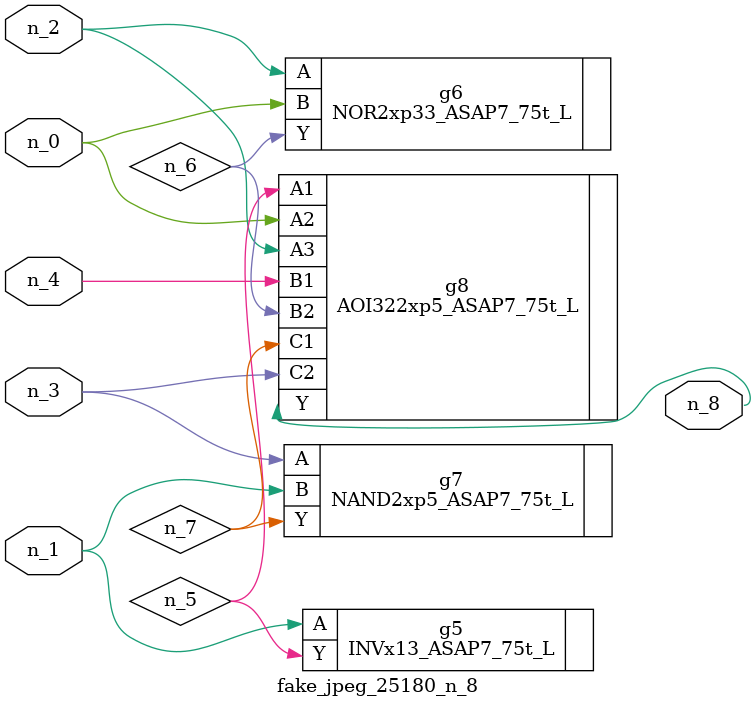
<source format=v>
module fake_jpeg_25180_n_8 (n_3, n_2, n_1, n_0, n_4, n_8);

input n_3;
input n_2;
input n_1;
input n_0;
input n_4;

output n_8;

wire n_6;
wire n_5;
wire n_7;

INVx13_ASAP7_75t_L g5 ( 
.A(n_1),
.Y(n_5)
);

NOR2xp33_ASAP7_75t_L g6 ( 
.A(n_2),
.B(n_0),
.Y(n_6)
);

NAND2xp5_ASAP7_75t_L g7 ( 
.A(n_3),
.B(n_1),
.Y(n_7)
);

AOI322xp5_ASAP7_75t_L g8 ( 
.A1(n_5),
.A2(n_0),
.A3(n_2),
.B1(n_4),
.B2(n_6),
.C1(n_7),
.C2(n_3),
.Y(n_8)
);


endmodule
</source>
